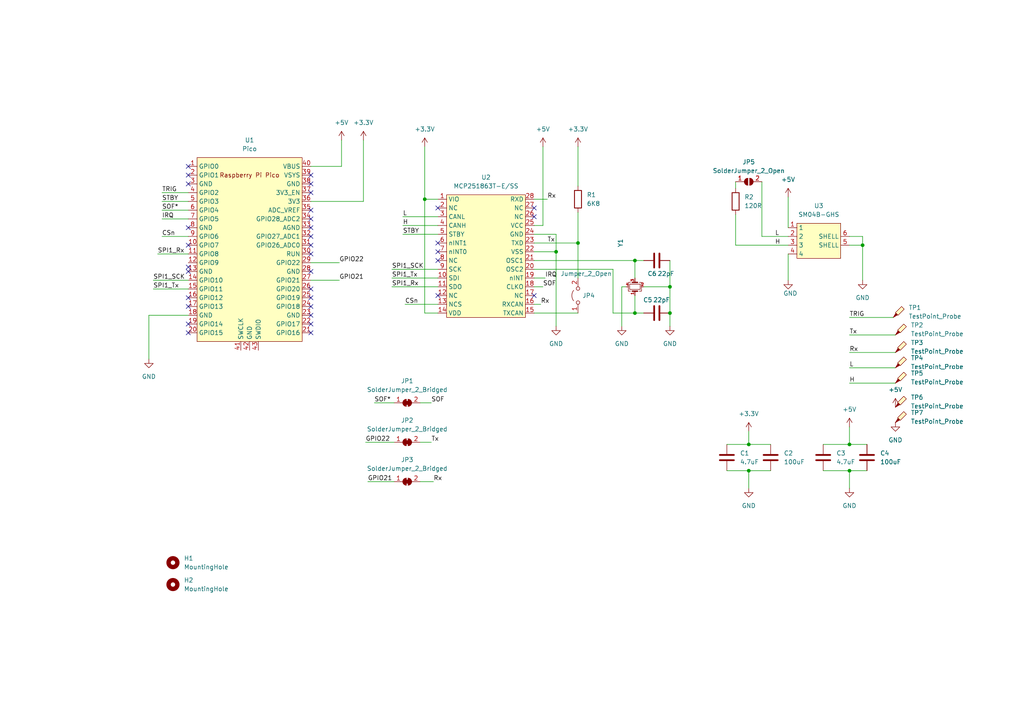
<source format=kicad_sch>
(kicad_sch (version 20230121) (generator eeschema)
  (paper "A4")
  (lib_symbols
    (symbol "CONN-SMD_4P-P1.25_SM04B-GHS-TB-LF-SN_1"
      (property "Reference" "U" (at 0 0 0))
      (property "Value" "SM04B-GHS" (at 8.89 2.54 0))
      (symbol "CONN-SMD_4P-P1.25_SM04B-GHS-TB-LF-SN_1_0_0"
        (pin unspecified line (at 0 0 0) (length 2.54) (name "1") (number "1"))
        (pin unspecified line (at 0 -2.54 0) (length 2.54) (name "2") (number "2"))
        (pin unspecified line (at 0 -5.08 0) (length 2.54) (name "3") (number "3"))
        (pin unspecified line (at 0 -7.62 0) (length 2.54) (name "4") (number "4"))
        (pin unspecified line (at 17.78 -5.08 180) (length 2.54) (name "SHELL") (number "5"))
        (pin unspecified line (at 17.78 -2.54 180) (length 2.54) (name "SHELL") (number "6"))
      )
      (symbol "CONN-SMD_4P-P1.25_SM04B-GHS-TB-LF-SN_1_1_1"
        (rectangle (start 2.54 1.27) (end 15.24 -8.89) (fill (type background)))
      )
    )
    (symbol "Connector:TestPoint_Probe" (pin_numbers hide) (pin_names (offset 0.762) hide)
      (property "Reference" "TP" (at 1.651 5.842 0))
      (property "Value" "TestPoint_Probe" (at 1.651 4.064 0))
      (symbol "TestPoint_Probe_0_1"
        (polyline (pts (xy 1.27 0.762) (xy 0 0) (xy 0.762 1.27) (xy 1.27 0.762)) (fill (type outline)))
        (polyline (pts (xy 1.397 0.635) (xy 0.635 1.397) (xy 2.413 3.175) (xy 3.175 2.413) (xy 1.397 0.635)) (fill (type background)))
      )
      (symbol "TestPoint_Probe_1_1"
        (pin passive line (at 0 0 90) (length 0) (name "1") (number "1"))
      )
    )
    (symbol "Device:C" (pin_numbers hide) (pin_names (offset 0.254))
      (property "Reference" "C" (at 0.635 2.54 0))
      (property "Value" "C" (at 0.635 -2.54 0))
      (symbol "C_0_1"
        (polyline (pts (xy -2.032 -0.762) (xy 2.032 -0.762)) (stroke (width 0.508)))
        (polyline (pts (xy -2.032 0.762) (xy 2.032 0.762)) (stroke (width 0.508)))
      )
      (symbol "C_1_1"
        (pin passive line (at 0 3.81 270) (length 2.794) (name "~") (number "1"))
        (pin passive line (at 0 -3.81 90) (length 2.794) (name "~") (number "2"))
      )
    )
    (symbol "Device:Crystal_GND24_Small" (pin_names (offset 1.016) hide)
      (property "Reference" "Y" (at 1.27 4.445 0))
      (property "Value" "Crystal_GND24_Small" (at 1.27 2.54 0))
      (symbol "Crystal_GND24_Small_0_1"
        (rectangle (start -0.762 -1.524) (end 0.762 1.524))
        (polyline (pts (xy -1.27 -0.762) (xy -1.27 0.762)) (stroke (width 0.381)))
        (polyline (pts (xy 1.27 -0.762) (xy 1.27 0.762)) (stroke (width 0.381)))
        (polyline (pts (xy -1.27 -1.27) (xy -1.27 -1.905) (xy 1.27 -1.905) (xy 1.27 -1.27)))
        (polyline (pts (xy -1.27 1.27) (xy -1.27 1.905) (xy 1.27 1.905) (xy 1.27 1.27)))
      )
      (symbol "Crystal_GND24_Small_1_1"
        (pin passive line (at -2.54 0 0) (length 1.27) (name "1") (number "1"))
        (pin passive line (at 0 -2.54 90) (length 0.635) (name "2") (number "2"))
        (pin passive line (at 2.54 0 180) (length 1.27) (name "3") (number "3"))
        (pin passive line (at 0 2.54 270) (length 0.635) (name "4") (number "4"))
      )
    )
    (symbol "Device:R" (pin_numbers hide) (pin_names (offset 0))
      (property "Reference" "R" (at 2.032 0 90))
      (property "Value" "R" (at 0 0 90))
      (symbol "R_0_1"
        (rectangle (start -1.016 -2.54) (end 1.016 2.54) (stroke (width 0.254)))
      )
      (symbol "R_1_1"
        (pin passive line (at 0 3.81 270) (length 1.27) (name "~") (number "1"))
        (pin passive line (at 0 -3.81 90) (length 1.27) (name "~") (number "2"))
      )
    )
    (symbol "Jumper:Jumper_2_Open" (pin_names (offset 0) hide)
      (property "Reference" "JP" (at 0 2.794 0))
      (property "Value" "Jumper_2_Open" (at 0 -2.286 0))
      (symbol "Jumper_2_Open_0_0"
        (circle (center -2.032 0) (radius 0.508))
        (circle (center 2.032 0) (radius 0.508))
      )
      (symbol "Jumper_2_Open_0_1"
        (arc (start 1.524 1.27) (mid 0 1.778) (end -1.524 1.27))
      )
      (symbol "Jumper_2_Open_1_1"
        (pin passive line (at -5.08 0 0) (length 2.54) (name "A") (number "1"))
        (pin passive line (at 5.08 0 180) (length 2.54) (name "B") (number "2"))
      )
    )
    (symbol "Jumper:SolderJumper_2_Bridged" (pin_names (offset 0) hide)
      (property "Reference" "JP" (at 0 2.032 0))
      (property "Value" "SolderJumper_2_Bridged" (at 0 -2.54 0))
      (symbol "SolderJumper_2_Bridged_0_1"
        (rectangle (start -0.508 0.508) (end 0.508 -0.508) (fill (type outline)))
        (arc (start -0.254 1.016) (mid -1.2656 0) (end -0.254 -1.016))
        (arc (start -0.254 1.016) (mid -1.2656 0) (end -0.254 -1.016) (fill (type outline)))
        (polyline (pts (xy -0.254 1.016) (xy -0.254 -1.016)))
        (polyline (pts (xy 0.254 1.016) (xy 0.254 -1.016)))
        (arc (start 0.254 -1.016) (mid 1.2656 0) (end 0.254 1.016))
        (arc (start 0.254 -1.016) (mid 1.2656 0) (end 0.254 1.016) (fill (type outline)))
      )
      (symbol "SolderJumper_2_Bridged_1_1"
        (pin passive line (at -3.81 0 0) (length 2.54) (name "A") (number "1"))
        (pin passive line (at 3.81 0 180) (length 2.54) (name "B") (number "2"))
      )
    )
    (symbol "Jumper:SolderJumper_2_Open" (pin_names (offset 0) hide)
      (property "Reference" "JP" (at 0 2.032 0))
      (property "Value" "SolderJumper_2_Open" (at 0 -2.54 0))
      (symbol "SolderJumper_2_Open_0_1"
        (arc (start -0.254 1.016) (mid -1.2656 0) (end -0.254 -1.016))
        (arc (start -0.254 1.016) (mid -1.2656 0) (end -0.254 -1.016) (fill (type outline)))
        (polyline (pts (xy -0.254 1.016) (xy -0.254 -1.016)))
        (polyline (pts (xy 0.254 1.016) (xy 0.254 -1.016)))
        (arc (start 0.254 -1.016) (mid 1.2656 0) (end 0.254 1.016))
        (arc (start 0.254 -1.016) (mid 1.2656 0) (end 0.254 1.016) (fill (type outline)))
      )
      (symbol "SolderJumper_2_Open_1_1"
        (pin passive line (at -3.81 0 0) (length 2.54) (name "A") (number "1"))
        (pin passive line (at 3.81 0 180) (length 2.54) (name "B") (number "2"))
      )
    )
    (symbol "Library_Pico:MCP251863T-E/SS"
      (property "Reference" "U" (at 3.81 3.81 0))
      (property "Value" "MCP251863T-E/SS" (at 13.97 2.54 0))
      (symbol "MCP251863T-E/SS_0_0"
        (pin unspecified line (at -2.54 0 0) (length 2.54) (name "VIO") (number "1"))
        (pin unspecified line (at -2.54 -22.86 0) (length 2.54) (name "SDI") (number "10"))
        (pin unspecified line (at -2.54 -25.4 0) (length 2.54) (name "SDO") (number "11"))
        (pin unspecified line (at -2.54 -27.94 0) (length 2.54) (name "NC") (number "12"))
        (pin unspecified line (at -2.54 -30.48 0) (length 2.54) (name "NCS") (number "13"))
        (pin unspecified line (at -2.54 -33.02 0) (length 2.54) (name "VDD") (number "14"))
        (pin unspecified line (at 25.4 -33.02 180) (length 2.54) (name "TXCAN") (number "15"))
        (pin unspecified line (at 25.4 -30.48 180) (length 2.54) (name "RXCAN") (number "16"))
        (pin unspecified line (at 25.4 -27.94 180) (length 2.54) (name "NC") (number "17"))
        (pin unspecified line (at 25.4 -25.4 180) (length 2.54) (name "CLKO") (number "18"))
        (pin unspecified line (at 25.4 -22.86 180) (length 2.54) (name "nINT") (number "19"))
        (pin unspecified line (at -2.54 -2.54 0) (length 2.54) (name "NC") (number "2"))
        (pin unspecified line (at 25.4 -20.32 180) (length 2.54) (name "OSC2") (number "20"))
        (pin unspecified line (at 25.4 -17.78 180) (length 2.54) (name "OSC1") (number "21"))
        (pin unspecified line (at 25.4 -15.24 180) (length 2.54) (name "VSS") (number "22"))
        (pin unspecified line (at 25.4 -12.7 180) (length 2.54) (name "TXD") (number "23"))
        (pin unspecified line (at 25.4 -10.16 180) (length 2.54) (name "GND") (number "24"))
        (pin unspecified line (at 25.4 -7.62 180) (length 2.54) (name "VCC") (number "25"))
        (pin unspecified line (at 25.4 -5.08 180) (length 2.54) (name "NC") (number "26"))
        (pin unspecified line (at 25.4 -2.54 180) (length 2.54) (name "NC") (number "27"))
        (pin unspecified line (at 25.4 0 180) (length 2.54) (name "RXD") (number "28"))
        (pin unspecified line (at -2.54 -5.08 0) (length 2.54) (name "CANL") (number "3"))
        (pin unspecified line (at -2.54 -7.62 0) (length 2.54) (name "CANH") (number "4"))
        (pin unspecified line (at -2.54 -10.16 0) (length 2.54) (name "STBY") (number "5"))
        (pin unspecified line (at -2.54 -12.7 0) (length 2.54) (name "nINT1") (number "6"))
        (pin unspecified line (at -2.54 -15.24 0) (length 2.54) (name "nINT0") (number "7"))
        (pin unspecified line (at -2.54 -17.78 0) (length 2.54) (name "NC") (number "8"))
        (pin unspecified line (at -2.54 -20.32 0) (length 2.54) (name "SCK") (number "9"))
      )
      (symbol "MCP251863T-E/SS_1_1"
        (rectangle (start 0 1.27) (end 22.86 -34.29) (fill (type background)))
      )
    )
    (symbol "Library_Pico:Pico"
      (property "Reference" "U" (at -13.97 27.94 0))
      (property "Value" "Pico" (at 0 19.05 0))
      (symbol "Pico_0_0"
        (text "Raspberry Pi Pico" (at 0 21.59 0) (effects (font (size 1.27 1.27))))
      )
      (symbol "Pico_0_1"
        (rectangle (start -15.24 26.67) (end 15.24 -26.67) (fill (type background)))
      )
      (symbol "Pico_1_1"
        (pin bidirectional line (at -17.78 24.13 0) (length 2.54) (name "GPIO0") (number "1"))
        (pin bidirectional line (at -17.78 1.27 0) (length 2.54) (name "GPIO7") (number "10"))
        (pin bidirectional line (at -17.78 -1.27 0) (length 2.54) (name "GPIO8") (number "11"))
        (pin bidirectional line (at -17.78 -3.81 0) (length 2.54) (name "GPIO9") (number "12"))
        (pin power_in line (at -17.78 -6.35 0) (length 2.54) (name "GND") (number "13"))
        (pin bidirectional line (at -17.78 -8.89 0) (length 2.54) (name "GPIO10") (number "14"))
        (pin bidirectional line (at -17.78 -11.43 0) (length 2.54) (name "GPIO11") (number "15"))
        (pin bidirectional line (at -17.78 -13.97 0) (length 2.54) (name "GPIO12") (number "16"))
        (pin bidirectional line (at -17.78 -16.51 0) (length 2.54) (name "GPIO13") (number "17"))
        (pin power_in line (at -17.78 -19.05 0) (length 2.54) (name "GND") (number "18"))
        (pin bidirectional line (at -17.78 -21.59 0) (length 2.54) (name "GPIO14") (number "19"))
        (pin bidirectional line (at -17.78 21.59 0) (length 2.54) (name "GPIO1") (number "2"))
        (pin bidirectional line (at -17.78 -24.13 0) (length 2.54) (name "GPIO15") (number "20"))
        (pin bidirectional line (at 17.78 -24.13 180) (length 2.54) (name "GPIO16") (number "21"))
        (pin bidirectional line (at 17.78 -21.59 180) (length 2.54) (name "GPIO17") (number "22"))
        (pin power_in line (at 17.78 -19.05 180) (length 2.54) (name "GND") (number "23"))
        (pin bidirectional line (at 17.78 -16.51 180) (length 2.54) (name "GPIO18") (number "24"))
        (pin bidirectional line (at 17.78 -13.97 180) (length 2.54) (name "GPIO19") (number "25"))
        (pin bidirectional line (at 17.78 -11.43 180) (length 2.54) (name "GPIO20") (number "26"))
        (pin bidirectional line (at 17.78 -8.89 180) (length 2.54) (name "GPIO21") (number "27"))
        (pin power_in line (at 17.78 -6.35 180) (length 2.54) (name "GND") (number "28"))
        (pin bidirectional line (at 17.78 -3.81 180) (length 2.54) (name "GPIO22") (number "29"))
        (pin power_in line (at -17.78 19.05 0) (length 2.54) (name "GND") (number "3"))
        (pin input line (at 17.78 -1.27 180) (length 2.54) (name "RUN") (number "30"))
        (pin bidirectional line (at 17.78 1.27 180) (length 2.54) (name "GPIO26_ADC0") (number "31"))
        (pin bidirectional line (at 17.78 3.81 180) (length 2.54) (name "GPIO27_ADC1") (number "32"))
        (pin power_in line (at 17.78 6.35 180) (length 2.54) (name "AGND") (number "33"))
        (pin bidirectional line (at 17.78 8.89 180) (length 2.54) (name "GPIO28_ADC2") (number "34"))
        (pin power_in line (at 17.78 11.43 180) (length 2.54) (name "ADC_VREF") (number "35"))
        (pin power_in line (at 17.78 13.97 180) (length 2.54) (name "3V3") (number "36"))
        (pin input line (at 17.78 16.51 180) (length 2.54) (name "3V3_EN") (number "37"))
        (pin bidirectional line (at 17.78 19.05 180) (length 2.54) (name "GND") (number "38"))
        (pin power_in line (at 17.78 21.59 180) (length 2.54) (name "VSYS") (number "39"))
        (pin bidirectional line (at -17.78 16.51 0) (length 2.54) (name "GPIO2") (number "4"))
        (pin power_in line (at 17.78 24.13 180) (length 2.54) (name "VBUS") (number "40"))
        (pin input line (at -2.54 -29.21 90) (length 2.54) (name "SWCLK") (number "41"))
        (pin power_in line (at 0 -29.21 90) (length 2.54) (name "GND") (number "42"))
        (pin bidirectional line (at 2.54 -29.21 90) (length 2.54) (name "SWDIO") (number "43"))
        (pin bidirectional line (at -17.78 13.97 0) (length 2.54) (name "GPIO3") (number "5"))
        (pin bidirectional line (at -17.78 11.43 0) (length 2.54) (name "GPIO4") (number "6"))
        (pin bidirectional line (at -17.78 8.89 0) (length 2.54) (name "GPIO5") (number "7"))
        (pin power_in line (at -17.78 6.35 0) (length 2.54) (name "GND") (number "8"))
        (pin bidirectional line (at -17.78 3.81 0) (length 2.54) (name "GPIO6") (number "9"))
      )
    )
    (symbol "Mechanical:MountingHole" (pin_names (offset 1.016))
      (property "Reference" "H" (at 0 5.08 0))
      (property "Value" "MountingHole" (at 0 3.175 0))
      (symbol "MountingHole_0_1"
        (circle (center 0 0) (radius 1.27) (stroke (width 1.27)))
      )
    )
    (symbol "power:+3.3V" (power) (pin_names (offset 0))
      (property "Value" "+3.3V" (at 0 3.556 0))
      (symbol "+3.3V_0_1"
        (polyline (pts (xy -0.762 1.27) (xy 0 2.54)))
        (polyline (pts (xy 0 0) (xy 0 2.54)))
        (polyline (pts (xy 0 2.54) (xy 0.762 1.27)))
      )
      (symbol "+3.3V_1_1"
        (pin power_in line (at 0 0 90) (length 0) hide (name "+3.3V") (number "1"))
      )
    )
    (symbol "power:+5V" (power) (pin_names (offset 0))
      (property "Value" "+5V" (at 0 3.556 0))
      (symbol "+5V_0_1"
        (polyline (pts (xy -0.762 1.27) (xy 0 2.54)))
        (polyline (pts (xy 0 0) (xy 0 2.54)))
        (polyline (pts (xy 0 2.54) (xy 0.762 1.27)))
      )
      (symbol "+5V_1_1"
        (pin power_in line (at 0 0 90) (length 0) hide (name "+5V") (number "1"))
      )
    )
    (symbol "power:GND" (power) (pin_names (offset 0))
      (property "Value" "GND" (at 0 -3.81 0))
      (symbol "GND_0_1"
        (polyline (pts (xy 0 0) (xy 0 -1.27) (xy 1.27 -1.27) (xy 0 -2.54) (xy -1.27 -1.27) (xy 0 -1.27)))
      )
      (symbol "GND_1_1"
        (pin power_in line (at 0 0 270) (length 0) hide (name "GND") (number "1"))
      )
    )
  )
  (junction (at 194.31 83.185))
  (junction (at 167.64 70.485))
  (junction (at 123.19 57.785))
  (junction (at 246.38 128.905))
  (junction (at 246.38 136.525))
  (junction (at 161.29 73.025))
  (junction (at 194.31 90.805))
  (junction (at 217.17 136.525))
  (junction (at 250.19 71.12))
  (junction (at 184.15 90.805))
  (junction (at 184.15 75.565))
  (junction (at 217.17 128.905))
  (no_connect (at 154.94 60.325))
  (no_connect (at 127 85.725))
  (no_connect (at 90.17 78.74))
  (no_connect (at 127 70.485))
  (no_connect (at 54.61 93.98))
  (no_connect (at 90.17 93.98))
  (no_connect (at 54.61 53.34))
  (no_connect (at 90.17 91.44))
  (no_connect (at 90.17 88.9))
  (no_connect (at 154.94 85.725))
  (no_connect (at 90.17 53.34))
  (no_connect (at 90.17 73.66))
  (no_connect (at 54.61 48.26))
  (no_connect (at 127 73.025))
  (no_connect (at 90.17 60.96))
  (no_connect (at 54.61 78.74))
  (no_connect (at 54.61 88.9))
  (no_connect (at 90.17 68.58))
  (no_connect (at 90.17 83.82))
  (no_connect (at 90.17 55.88))
  (no_connect (at 127 60.325))
  (no_connect (at 127 75.565))
  (no_connect (at 154.94 62.865))
  (no_connect (at 54.61 96.52))
  (no_connect (at 54.61 86.36))
  (no_connect (at 90.17 96.52))
  (no_connect (at 54.61 66.04))
  (no_connect (at 54.61 77.47))
  (no_connect (at 54.61 50.8))
  (no_connect (at 54.61 71.12))
  (no_connect (at 90.17 63.5))
  (no_connect (at 90.17 71.12))
  (no_connect (at 90.17 86.36))
  (no_connect (at 90.17 50.8))
  (no_connect (at 90.17 66.04))
  (wire (pts (xy 210.82 128.905) (xy 217.17 128.905)))
  (wire (pts (xy 157.48 65.405) (xy 157.48 42.545)))
  (wire (pts (xy 167.64 70.485) (xy 167.64 80.645)))
  (wire (pts (xy 46.99 63.5) (xy 54.61 63.5)))
  (wire (pts (xy 217.17 136.525) (xy 223.52 136.525)))
  (wire (pts (xy 54.61 91.44) (xy 43.18 91.44)))
  (wire (pts (xy 121.92 128.27) (xy 125.095 128.27)))
  (wire (pts (xy 154.94 90.805) (xy 167.64 90.805)))
  (wire (pts (xy 223.52 128.905) (xy 217.17 128.905)))
  (wire (pts (xy 161.29 73.025) (xy 161.29 94.615)))
  (wire (pts (xy 98.425 76.2) (xy 90.17 76.2)))
  (wire (pts (xy 123.19 57.785) (xy 123.19 90.805)))
  (wire (pts (xy 90.17 48.26) (xy 99.06 48.26)))
  (wire (pts (xy 246.38 71.12) (xy 250.19 71.12)))
  (wire (pts (xy 259.715 111.125) (xy 246.38 111.125)))
  (wire (pts (xy 99.06 40.64) (xy 99.06 48.26)))
  (wire (pts (xy 121.92 116.84) (xy 125.095 116.84)))
  (wire (pts (xy 238.76 136.525) (xy 246.38 136.525)))
  (wire (pts (xy 108.585 116.84) (xy 114.3 116.84)))
  (wire (pts (xy 113.665 83.185) (xy 127 83.185)))
  (wire (pts (xy 213.36 71.12) (xy 228.6 71.12)))
  (wire (pts (xy 177.8 90.805) (xy 184.15 90.805)))
  (wire (pts (xy 213.36 52.705) (xy 213.36 54.61)))
  (wire (pts (xy 106.68 139.7) (xy 114.3 139.7)))
  (wire (pts (xy 259.715 106.68) (xy 246.38 106.68)))
  (wire (pts (xy 186.69 83.185) (xy 194.31 83.185)))
  (wire (pts (xy 125.73 139.7) (xy 121.92 139.7)))
  (wire (pts (xy 184.15 85.725) (xy 184.15 90.805)))
  (wire (pts (xy 154.94 78.105) (xy 177.8 78.105)))
  (wire (pts (xy 167.64 61.595) (xy 167.64 70.485)))
  (wire (pts (xy 44.45 81.28) (xy 54.61 81.28)))
  (wire (pts (xy 177.8 78.105) (xy 177.8 90.805)))
  (wire (pts (xy 127 90.805) (xy 123.19 90.805)))
  (wire (pts (xy 220.98 52.705) (xy 220.98 68.58)))
  (wire (pts (xy 116.84 62.865) (xy 127 62.865)))
  (wire (pts (xy 184.15 90.805) (xy 186.69 90.805)))
  (wire (pts (xy 210.82 136.525) (xy 217.17 136.525)))
  (wire (pts (xy 46.99 58.42) (xy 54.61 58.42)))
  (wire (pts (xy 106.045 128.27) (xy 114.3 128.27)))
  (wire (pts (xy 46.99 68.58) (xy 54.61 68.58)))
  (wire (pts (xy 46.99 60.96) (xy 54.61 60.96)))
  (wire (pts (xy 116.84 65.405) (xy 127 65.405)))
  (wire (pts (xy 44.45 83.82) (xy 54.61 83.82)))
  (wire (pts (xy 117.475 88.265) (xy 127 88.265)))
  (wire (pts (xy 154.94 57.785) (xy 158.75 57.785)))
  (wire (pts (xy 113.665 78.105) (xy 127 78.105)))
  (wire (pts (xy 246.38 123.825) (xy 246.38 128.905)))
  (wire (pts (xy 46.99 55.88) (xy 54.61 55.88)))
  (wire (pts (xy 45.72 73.66) (xy 54.61 73.66)))
  (wire (pts (xy 259.715 102.235) (xy 246.38 102.235)))
  (wire (pts (xy 246.38 128.905) (xy 251.46 128.905)))
  (wire (pts (xy 154.94 65.405) (xy 157.48 65.405)))
  (wire (pts (xy 98.425 81.28) (xy 90.17 81.28)))
  (wire (pts (xy 259.715 97.155) (xy 246.38 97.155)))
  (wire (pts (xy 154.94 67.945) (xy 161.29 67.945)))
  (wire (pts (xy 228.6 57.15) (xy 228.6 66.04)))
  (wire (pts (xy 259.08 92.075) (xy 246.38 92.075)))
  (wire (pts (xy 154.94 80.645) (xy 158.115 80.645)))
  (wire (pts (xy 184.15 75.565) (xy 186.69 75.565)))
  (wire (pts (xy 246.38 136.525) (xy 251.46 136.525)))
  (wire (pts (xy 217.17 125.095) (xy 217.17 128.905)))
  (wire (pts (xy 116.84 67.945) (xy 127 67.945)))
  (wire (pts (xy 161.29 67.945) (xy 161.29 73.025)))
  (wire (pts (xy 194.31 75.565) (xy 194.31 83.185)))
  (wire (pts (xy 154.94 73.025) (xy 161.29 73.025)))
  (wire (pts (xy 154.94 70.485) (xy 167.64 70.485)))
  (wire (pts (xy 180.34 83.185) (xy 181.61 83.185)))
  (wire (pts (xy 105.41 58.42) (xy 105.41 40.64)))
  (wire (pts (xy 184.15 75.565) (xy 184.15 80.645)))
  (wire (pts (xy 217.17 136.525) (xy 217.17 141.605)))
  (wire (pts (xy 228.6 73.66) (xy 228.6 81.28)))
  (wire (pts (xy 220.98 68.58) (xy 228.6 68.58)))
  (wire (pts (xy 154.94 88.265) (xy 156.845 88.265)))
  (wire (pts (xy 250.19 68.58) (xy 250.19 71.12)))
  (wire (pts (xy 123.19 57.785) (xy 127 57.785)))
  (wire (pts (xy 238.76 128.905) (xy 246.38 128.905)))
  (wire (pts (xy 213.36 62.23) (xy 213.36 71.12)))
  (wire (pts (xy 246.38 136.525) (xy 246.38 141.605)))
  (wire (pts (xy 250.19 71.12) (xy 250.19 81.28)))
  (wire (pts (xy 113.665 80.645) (xy 127 80.645)))
  (wire (pts (xy 194.31 83.185) (xy 194.31 90.805)))
  (wire (pts (xy 246.38 68.58) (xy 250.19 68.58)))
  (wire (pts (xy 180.34 94.615) (xy 180.34 83.185)))
  (wire (pts (xy 194.31 90.805) (xy 194.31 94.615)))
  (wire (pts (xy 154.94 75.565) (xy 184.15 75.565)))
  (wire (pts (xy 167.64 53.975) (xy 167.64 42.545)))
  (wire (pts (xy 123.19 42.545) (xy 123.19 57.785)))
  (wire (pts (xy 154.94 83.185) (xy 157.48 83.185)))
  (wire (pts (xy 90.17 58.42) (xy 105.41 58.42)))
  (wire (pts (xy 43.18 91.44) (xy 43.18 104.14)))
  (label "L" (at 246.38 106.68 0))
  (label "Rx" (at 125.73 139.7 0))
  (label "Rx" (at 156.845 88.265 0))
  (label "CSn" (at 117.475 88.265 0))
  (label "SOF" (at 157.48 83.185 0))
  (label "L" (at 116.84 62.865 0))
  (label "IRQ" (at 46.99 63.5 0))
  (label "GPIO22" (at 106.045 128.27 0))
  (label "SOF" (at 125.095 116.84 0))
  (label "Tx" (at 246.38 97.155 0))
  (label "Rx" (at 158.75 57.785 0))
  (label "SPI1_SCK" (at 113.665 78.105 0))
  (label "H" (at 224.79 71.12 0))
  (label "CSn" (at 46.99 68.58 0))
  (label "GPIO21" (at 98.425 81.28 0))
  (label "Tx" (at 125.095 128.27 0))
  (label "SPI1_Tx" (at 44.45 83.82 0))
  (label "H" (at 116.84 65.405 0))
  (label "SPI1_SCK" (at 44.45 81.28 0))
  (label "SPI1_Tx" (at 113.665 80.645 0))
  (label "SOF*" (at 108.585 116.84 0))
  (label "SOF*" (at 46.99 60.96 0))
  (label "TRIG" (at 46.99 55.88 0))
  (label "SPI1_Rx" (at 45.72 73.66 0))
  (label "H" (at 246.38 111.125 0))
  (label "Rx" (at 246.38 102.235 0))
  (label "STBY" (at 116.84 67.945 0))
  (label "STBY" (at 46.99 58.42 0))
  (label "L" (at 224.79 68.58 0))
  (label "GPIO21" (at 106.68 139.7 0))
  (label "SPI1_Rx" (at 113.665 83.185 0))
  (label "Tx" (at 158.75 70.485 0))
  (label "TRIG" (at 246.38 92.075 0))
  (label "GPIO22" (at 98.425 76.2 0))
  (label "IRQ" (at 158.115 80.645 0))
  (symbol (lib_id "Connector:TestPoint_Probe") (at 259.715 118.11 0) (unit 1)
    (property "Reference" "TP6" (at 264.16 115.2525 0) (effects (justify left)))
    (property "Value" "TestPoint_Probe" (at 264.16 117.7925 0) (effects (justify left)))
    (property "Footprint" "TestPoint:TestPoint_Pad_D1.5mm" (effects hide))
  )
  (symbol (lib_id "power:+3.3V") (at 105.41 40.64 0) (unit 1)
    (property "Reference" "#PWR02" (effects hide))
    (property "Value" "+3.3V" (at 105.41 35.56 0))
  )
  (symbol (lib_id "power:GND") (at 228.6 81.28 0) (unit 1)
    (property "Reference" "#PWR07" (effects hide))
    (property "Value" "GND" (at 229.235 85.09 0))
  )
  (symbol (lib_id "power:+5V") (at 246.38 123.825 0) (unit 1)
    (property "Reference" "#PWR011" (effects hide))
    (property "Value" "+5V" (at 246.38 118.745 0))
  )
  (symbol (lib_id "Connector:TestPoint_Probe") (at 259.715 106.68 0) (unit 1)
    (property "Reference" "TP4" (at 264.16 103.8225 0) (effects (justify left)))
    (property "Value" "TestPoint_Probe" (at 264.16 106.3625 0) (effects (justify left)))
    (property "Footprint" "TestPoint:TestPoint_Pad_D1.5mm" (effects hide))
  )
  (symbol (lib_id "power:GND") (at 180.34 94.615 0) (unit 1)
    (property "Reference" "#PWR014" (effects hide))
    (property "Value" "GND" (at 180.34 99.695 0))
  )
  (symbol (lib_id "power:+5V") (at 228.6 57.15 0) (unit 1)
    (property "Reference" "#PWR08" (effects hide))
    (property "Value" "+5V" (at 228.6 52.07 0))
  )
  (symbol (lib_id "power:GND") (at 43.18 104.14 0) (unit 1)
    (property "Reference" "#PWR03" (effects hide))
    (property "Value" "GND" (at 43.18 109.22 0))
  )
  (symbol (lib_id "power:GND") (at 161.29 94.615 0) (unit 1)
    (property "Reference" "#PWR06" (effects hide))
    (property "Value" "GND" (at 161.29 99.695 0))
  )
  (symbol (lib_id "Jumper:SolderJumper_2_Bridged") (at 118.11 139.7 0) (unit 1)
    (property "Reference" "JP3" (at 118.11 133.35 0))
    (property "Value" "SolderJumper_2_Bridged" (at 118.11 135.89 0))
    (property "Footprint" "Jumper:SolderJumper-2_P1.3mm_Bridged_RoundedPad1.0x1.5mm" (effects hide))
  )
  (symbol (lib_id "Connector:TestPoint_Probe") (at 259.715 111.125 0) (unit 1)
    (property "Reference" "TP5" (at 264.16 108.2675 0) (effects (justify left)))
    (property "Value" "TestPoint_Probe" (at 264.16 110.8075 0) (effects (justify left)))
    (property "Footprint" "TestPoint:TestPoint_Pad_D1.5mm" (effects hide))
  )
  (symbol (lib_id "power:+3.3V") (at 123.19 42.545 0) (unit 1)
    (property "Reference" "#PWR05" (effects hide))
    (property "Value" "+3.3V" (at 123.19 37.465 0))
  )
  (symbol (lib_id "Jumper:SolderJumper_2_Bridged") (at 118.11 116.84 0) (unit 1)
    (property "Reference" "JP1" (at 118.11 110.49 0))
    (property "Value" "SolderJumper_2_Bridged" (at 118.11 113.03 0))
    (property "Footprint" "Jumper:SolderJumper-2_P1.3mm_Bridged_RoundedPad1.0x1.5mm" (effects hide))
  )
  (symbol (lib_id "power:GND") (at 250.19 81.28 0) (unit 1)
    (property "Reference" "#PWR015" (effects hide))
    (property "Value" "GND" (at 250.19 86.36 0))
  )
  (symbol (lib_id "Jumper:Jumper_2_Open") (at 167.64 85.725 90) (unit 1)
    (property "Reference" "JP4" (at 168.91 85.725 90) (effects (justify right)))
    (property "Value" "Jumper_2_Open" (at 162.56 79.375 90) (effects (justify right)))
    (property "Footprint" "Jumper:SolderJumper-2_P1.3mm_Open_TrianglePad1.0x1.5mm" (effects hide))
  )
  (symbol (lib_id "power:GND") (at 217.17 141.605 0) (unit 1)
    (property "Reference" "#PWR09" (effects hide))
    (property "Value" "GND" (at 217.17 146.685 0))
  )
  (symbol (lib_id "Connector:TestPoint_Probe") (at 259.08 92.075 0) (unit 1)
    (property "Reference" "TP1" (at 263.525 89.2175 0) (effects (justify left)))
    (property "Value" "TestPoint_Probe" (at 263.525 91.7575 0) (effects (justify left)))
    (property "Footprint" "TestPoint:TestPoint_Pad_D1.5mm" (effects hide))
  )
  (symbol (lib_id "Connector:TestPoint_Probe") (at 259.715 122.555 0) (unit 1)
    (property "Reference" "TP7" (at 264.16 119.6975 0) (effects (justify left)))
    (property "Value" "TestPoint_Probe" (at 264.16 122.2375 0) (effects (justify left)))
    (property "Footprint" "TestPoint:TestPoint_Pad_D1.5mm" (effects hide))
  )
  (symbol (lib_id "Device:C") (at 190.5 75.565 90) (unit 1)
    (property "Reference" "C6" (at 190.5 79.375 90) (effects (justify left)))
    (property "Value" "22pF" (at 195.58 79.375 90) (effects (justify left)))
    (property "Footprint" "Capacitor_SMD:C_0402_1005Metric" (effects hide))
  )
  (symbol (lib_id "Library_Pico:Pico") (at 72.39 72.39 0) (unit 1)
    (property "Reference" "U1" (at 72.39 40.64 0))
    (property "Value" "Pico" (at 72.39 43.18 0))
    (property "Footprint" "Library_Pico:RPi_Pico_SMD_TH" (effects hide))
    (property "LCSC" "C5226885" (effects hide))
  )
  (symbol (lib_id "Mechanical:MountingHole") (at 50.165 169.545 0) (unit 1)
    (property "Reference" "H2" (at 53.34 168.275 0) (effects (justify left)))
    (property "Value" "MountingHole" (at 53.34 170.815 0) (effects (justify left)))
    (property "Footprint" "MountingHole:MountingHole_2.2mm_M2" (effects hide))
  )
  (symbol (lib_id "power:GND") (at 259.715 122.555 0) (unit 1)
    (property "Reference" "#PWR018" (effects hide))
    (property "Value" "GND" (at 259.715 127.635 0))
  )
  (symbol (lib_id "Jumper:SolderJumper_2_Open") (at 217.17 52.705 0) (unit 1)
    (property "Reference" "JP5" (at 217.17 46.99 0))
    (property "Value" "SolderJumper_2_Open" (at 217.17 49.53 0))
    (property "Footprint" "Jumper:SolderJumper-2_P1.3mm_Open_RoundedPad1.0x1.5mm" (effects hide))
  )
  (symbol (lib_id "Device:C") (at 210.82 132.715 0) (unit 1)
    (property "Reference" "C1" (at 214.63 131.445 0) (effects (justify left)))
    (property "Value" "4.7uF" (at 214.63 133.985 0) (effects (justify left)))
    (property "Footprint" "Capacitor_SMD:C_0402_1005Metric" (effects hide))
  )
  (symbol (lib_id "power:GND") (at 194.31 94.615 0) (unit 1)
    (property "Reference" "#PWR013" (effects hide))
    (property "Value" "GND" (at 194.31 99.695 0))
  )
  (symbol (lib_id "Device:R") (at 213.36 58.42 0) (unit 1)
    (property "Reference" "R2" (at 215.9 57.15 0) (effects (justify left)))
    (property "Value" "120R" (at 215.9 59.69 0) (effects (justify left)))
    (property "Footprint" "Resistor_SMD:R_0402_1005Metric" (effects hide))
  )
  (symbol (lib_id "Device:Crystal_GND24_Small") (at 184.15 83.185 90) (unit 1)
    (property "Reference" "Y1" (at 179.9591 70.485 0))
    (property "Value" "Crystal_GND24_Small" (effects hide))
    (property "Footprint" "Library_Pico:CRYSTAL-SMD_4P-L3.2-W2.5-BL-2" (effects hide))
    (property "LCSC" "C284179" (effects hide))
  )
  (symbol (lib_id "Device:C") (at 238.76 132.715 0) (unit 1)
    (property "Reference" "C3" (at 242.57 131.445 0) (effects (justify left)))
    (property "Value" "4.7uF" (at 242.57 133.985 0) (effects (justify left)))
    (property "Footprint" "Capacitor_SMD:C_0402_1005Metric" (effects hide))
  )
  (symbol (lib_id "Device:C") (at 190.5 90.805 90) (unit 1)
    (property "Reference" "C5" (at 189.23 86.995 90) (effects (justify left)))
    (property "Value" "22pF" (at 194.31 86.995 90) (effects (justify left)))
    (property "Footprint" "Capacitor_SMD:C_0402_1005Metric" (effects hide))
  )
  (symbol (lib_id "Connector:TestPoint_Probe") (at 259.715 97.155 0) (unit 1)
    (property "Reference" "TP2" (at 264.16 94.2975 0) (effects (justify left)))
    (property "Value" "TestPoint_Probe" (at 264.16 96.8375 0) (effects (justify left)))
    (property "Footprint" "TestPoint:TestPoint_Pad_D1.5mm" (effects hide))
  )
  (symbol (lib_id "Library_Pico:MCP251863T-E/SS") (at 129.54 57.785 0) (unit 1)
    (property "Reference" "U2" (at 140.97 51.435 0))
    (property "Value" "MCP251863T-E/SS" (at 140.97 53.975 0))
    (property "Footprint" "Library_Pico:SSOP-28_L10.2-W5.3-P0.65-LS7.8-BL" (effects hide))
    (property "LCSC" "C5226885" (effects hide))
  )
  (symbol (lib_id "Connector:TestPoint_Probe") (at 259.715 102.235 0) (unit 1)
    (property "Reference" "TP3" (at 264.16 99.3775 0) (effects (justify left)))
    (property "Value" "TestPoint_Probe" (at 264.16 101.9175 0) (effects (justify left)))
    (property "Footprint" "TestPoint:TestPoint_Pad_D1.5mm" (effects hide))
  )
  (symbol (lib_id "power:+3.3V") (at 217.17 125.095 0) (unit 1)
    (property "Reference" "#PWR010" (effects hide))
    (property "Value" "+3.3V" (at 217.17 120.015 0))
  )
  (symbol (lib_id "power:+5V") (at 259.715 118.11 0) (unit 1)
    (property "Reference" "#PWR017" (effects hide))
    (property "Value" "+5V" (at 259.715 113.03 0))
  )
  (symbol (lib_id "Mechanical:MountingHole") (at 50.165 163.195 0) (unit 1)
    (property "Reference" "H1" (at 53.34 161.925 0) (effects (justify left)))
    (property "Value" "MountingHole" (at 53.34 164.465 0) (effects (justify left)))
    (property "Footprint" "MountingHole:MountingHole_2.2mm_M2" (effects hide))
  )
  (symbol (lib_id "power:+3.3V") (at 167.64 42.545 0) (unit 1)
    (property "Reference" "#PWR016" (effects hide))
    (property "Value" "+3.3V" (at 167.64 37.465 0))
  )
  (symbol (lib_id "Device:C") (at 251.46 132.715 0) (unit 1)
    (property "Reference" "C4" (at 255.27 131.445 0) (effects (justify left)))
    (property "Value" "100uF" (at 255.27 133.985 0) (effects (justify left)))
    (property "Footprint" "Capacitor_SMD:C_0402_1005Metric" (effects hide))
  )
  (symbol (lib_name "CONN-SMD_4P-P1.25_SM04B-GHS-TB-LF-SN_1") (lib_id "Library_Pico:CONN-SMD_4P-P1.25_SM04B-GHS-TB-LF-SN") (at 228.6 66.04 0) (unit 1)
    (property "Reference" "U3" (at 237.49 59.69 0))
    (property "Value" "SM04B-GHS" (at 237.49 62.23 0))
    (property "Footprint" "Library_Pico:CONN-SMD_4P-P1.25_SM04B-GHS-TB-LF-SN" (effects hide))
    (property "LCSC" "C189895" (effects hide))
  )
  (symbol (lib_id "power:+5V") (at 157.48 42.545 0) (unit 1)
    (property "Reference" "#PWR04" (effects hide))
    (property "Value" "+5V" (at 157.48 37.465 0))
  )
  (symbol (lib_id "power:+5V") (at 99.06 40.64 0) (unit 1)
    (property "Reference" "#PWR01" (effects hide))
    (property "Value" "+5V" (at 99.06 35.56 0))
  )
  (symbol (lib_id "Device:C") (at 223.52 132.715 0) (unit 1)
    (property "Reference" "C2" (at 227.33 131.445 0) (effects (justify left)))
    (property "Value" "100uF" (at 227.33 133.985 0) (effects (justify left)))
    (property "Footprint" "Capacitor_SMD:C_0402_1005Metric" (effects hide))
  )
  (symbol (lib_id "power:GND") (at 246.38 141.605 0) (unit 1)
    (property "Reference" "#PWR012" (effects hide))
    (property "Value" "GND" (at 246.38 146.685 0))
  )
  (symbol (lib_id "Device:R") (at 167.64 57.785 0) (unit 1)
    (property "Reference" "R1" (at 170.18 56.515 0) (effects (justify left)))
    (property "Value" "6K8" (at 170.18 59.055 0) (effects (justify left)))
    (property "Footprint" "Resistor_SMD:R_0402_1005Metric" (effects hide))
  )
  (symbol (lib_id "Jumper:SolderJumper_2_Bridged") (at 118.11 128.27 0) (unit 1)
    (property "Reference" "JP2" (at 118.11 121.92 0))
    (property "Value" "SolderJumper_2_Bridged" (at 118.11 124.46 0))
    (property "Footprint" "Jumper:SolderJumper-2_P1.3mm_Bridged_RoundedPad1.0x1.5mm" (effects hide))
  )
)
</source>
